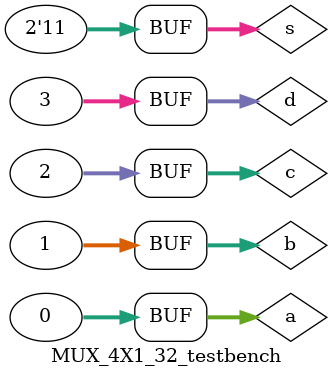
<source format=v>
`define DELAY 20
module MUX_4X1_32_testbench(); 

	wire [31:0] out;
	reg [31:0] a;
	reg [31:0] b;
	reg [31:0] c;
	reg [31:0] d;
	reg [1:0] s;
	
MUX_4X1_32 mux4x132tb(out, a, b, c, d, s);

initial begin
a = 32'h00000000;
b = 32'h00000001;
c = 32'h00000002;
d = 32'h00000003;
s = 2'b00;
#`DELAY;
a = 32'h00000000;
b = 32'h00000001;
c = 32'h00000002;
d = 32'h00000003;
s = 2'b01;
#`DELAY;
a = 32'h00000000;
b = 32'h00000001;
c = 32'h00000002;
d = 32'h00000003;
s = 2'b10;
#`DELAY;
a = 32'h00000000;
b = 32'h00000001;
c = 32'h00000002;
d = 32'h00000003;
s = 2'b11;
#`DELAY;

end
 
initial
begin
$monitor("a =%32b, b=%32b, c=%32b d=%32b s=%2b out=%32b ", a, b, c, d, s, out);
end
 
endmodule
</source>
